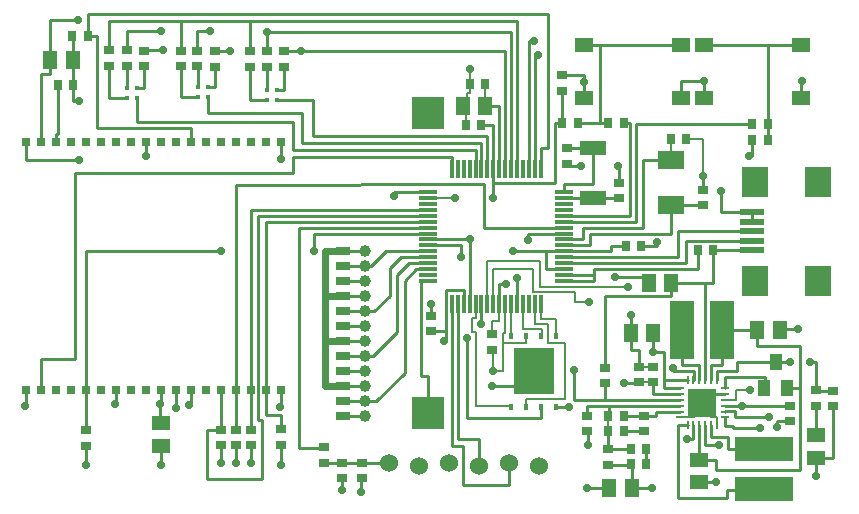
<source format=gtl>
G75*
%MOIN*%
%OFA0B0*%
%FSLAX25Y25*%
%IPPOS*%
%LPD*%
%AMOC8*
5,1,8,0,0,1.08239X$1,22.5*
%
%ADD10R,0.02559X0.03150*%
%ADD11R,0.05906X0.01181*%
%ADD12R,0.01181X0.05906*%
%ADD13R,0.08661X0.09843*%
%ADD14R,0.07874X0.01969*%
%ADD15R,0.01772X0.01772*%
%ADD16R,0.10950X0.10950*%
%ADD17C,0.06000*%
%ADD18R,0.03543X0.02756*%
%ADD19R,0.02756X0.03543*%
%ADD20R,0.05118X0.05906*%
%ADD21R,0.05906X0.05118*%
%ADD22R,0.09055X0.06299*%
%ADD23R,0.08661X0.05118*%
%ADD24R,0.02756X0.00984*%
%ADD25R,0.00984X0.02756*%
%ADD26R,0.09646X0.09646*%
%ADD27R,0.03937X0.05512*%
%ADD28R,0.06102X0.05118*%
%ADD29R,0.01575X0.02362*%
%ADD30R,0.13386X0.15748*%
%ADD31R,0.08268X0.19291*%
%ADD32R,0.19291X0.08268*%
%ADD33R,0.05000X0.02500*%
%ADD34C,0.00800*%
%ADD35C,0.01000*%
%ADD36C,0.00700*%
%ADD37C,0.02800*%
%ADD38C,0.03962*%
%ADD39C,0.02400*%
D10*
X0119213Y0126339D03*
X0114213Y0126339D03*
X0109213Y0126339D03*
X0104213Y0126339D03*
X0099213Y0126339D03*
X0094213Y0126339D03*
X0089213Y0126339D03*
X0084213Y0126339D03*
X0079213Y0126339D03*
X0074213Y0126339D03*
X0069213Y0126339D03*
X0064213Y0126339D03*
X0059213Y0126339D03*
X0054213Y0126339D03*
X0049213Y0126339D03*
X0044213Y0126339D03*
X0039213Y0126339D03*
X0034213Y0126339D03*
X0034213Y0043661D03*
X0039213Y0043661D03*
X0044213Y0043661D03*
X0049213Y0043661D03*
X0054213Y0043661D03*
X0059213Y0043661D03*
X0064213Y0043661D03*
X0069213Y0043661D03*
X0074213Y0043661D03*
X0079213Y0043661D03*
X0084213Y0043661D03*
X0089213Y0043661D03*
X0094213Y0043661D03*
X0099213Y0043661D03*
X0104213Y0043661D03*
X0109213Y0043661D03*
X0114213Y0043661D03*
X0119213Y0043661D03*
D11*
X0168462Y0109764D03*
X0168462Y0107795D03*
X0168462Y0105827D03*
X0168462Y0103858D03*
X0168462Y0101890D03*
X0168462Y0099921D03*
X0168462Y0097953D03*
X0168462Y0095984D03*
X0168462Y0094016D03*
X0168462Y0092047D03*
X0168462Y0090079D03*
X0168462Y0088110D03*
X0168462Y0086142D03*
X0168462Y0084173D03*
X0168462Y0082205D03*
X0168462Y0080236D03*
X0213738Y0080236D03*
X0213738Y0082205D03*
X0213738Y0084173D03*
X0213738Y0086142D03*
X0213738Y0088110D03*
X0213738Y0090079D03*
X0213738Y0092047D03*
X0213738Y0094016D03*
X0213738Y0095984D03*
X0213738Y0097953D03*
X0213738Y0099921D03*
X0213738Y0101890D03*
X0213738Y0103858D03*
X0213738Y0105827D03*
X0213738Y0107795D03*
X0213738Y0109764D03*
D12*
X0176336Y0072362D03*
X0178305Y0072362D03*
X0180273Y0072362D03*
X0182242Y0072362D03*
X0184210Y0072362D03*
X0186179Y0072362D03*
X0188147Y0072362D03*
X0190116Y0072362D03*
X0192084Y0072362D03*
X0194053Y0072362D03*
X0196021Y0072362D03*
X0197990Y0072362D03*
X0199958Y0072362D03*
X0201927Y0072362D03*
X0203895Y0072362D03*
X0205864Y0072362D03*
X0205864Y0117638D03*
X0203895Y0117638D03*
X0201927Y0117638D03*
X0199958Y0117638D03*
X0197990Y0117638D03*
X0196021Y0117638D03*
X0194053Y0117638D03*
X0192084Y0117638D03*
X0190116Y0117638D03*
X0188147Y0117638D03*
X0186179Y0117638D03*
X0184210Y0117638D03*
X0182242Y0117638D03*
X0180273Y0117638D03*
X0178305Y0117638D03*
X0176336Y0117638D03*
D13*
X0277326Y0080165D03*
X0277326Y0113235D03*
X0298192Y0080165D03*
X0298192Y0113235D03*
D14*
X0276342Y0090401D03*
X0276342Y0093550D03*
X0276342Y0096700D03*
X0276342Y0099850D03*
X0276342Y0102999D03*
D15*
X0071473Y0141127D03*
X0068127Y0141127D03*
X0068127Y0144473D03*
X0071473Y0144473D03*
X0094873Y0141327D03*
X0091527Y0141327D03*
X0091527Y0144673D03*
X0094873Y0144673D03*
X0118073Y0140427D03*
X0114727Y0140427D03*
X0114727Y0143773D03*
X0118073Y0143773D03*
D16*
X0168400Y0036300D03*
X0168400Y0136300D03*
D17*
X0155300Y0019500D03*
X0165300Y0018500D03*
X0175300Y0019500D03*
X0185300Y0018500D03*
X0195300Y0019500D03*
X0205300Y0018500D03*
D18*
X0139800Y0019459D03*
X0139800Y0014341D03*
X0133800Y0024759D03*
X0133800Y0019641D03*
X0213100Y0148759D03*
X0213100Y0143641D03*
X0146200Y0014441D03*
X0146200Y0019559D03*
X0169500Y0068459D03*
X0169500Y0063341D03*
X0189800Y0062359D03*
X0189800Y0057241D03*
X0119200Y0030659D03*
X0119200Y0025541D03*
X0109200Y0030559D03*
X0109200Y0025441D03*
X0104200Y0030459D03*
X0104200Y0025341D03*
X0099200Y0030559D03*
X0099200Y0025441D03*
X0054400Y0030359D03*
X0054400Y0025241D03*
X0114800Y0156659D03*
X0114800Y0151541D03*
X0120400Y0156759D03*
X0120400Y0151641D03*
X0109000Y0156759D03*
X0109000Y0151641D03*
X0091500Y0156859D03*
X0091500Y0151741D03*
X0097300Y0156759D03*
X0097300Y0151641D03*
X0085900Y0156959D03*
X0085900Y0151841D03*
X0068100Y0157059D03*
X0068100Y0151941D03*
X0073800Y0156959D03*
X0073800Y0151841D03*
X0062000Y0157059D03*
X0062000Y0151941D03*
X0259900Y0110559D03*
X0259900Y0105441D03*
X0214600Y0119241D03*
X0214600Y0124359D03*
X0231900Y0112959D03*
X0231900Y0107841D03*
X0243300Y0046341D03*
X0243300Y0051459D03*
X0240500Y0035159D03*
X0240500Y0030041D03*
X0227500Y0046041D03*
X0227500Y0051159D03*
X0288900Y0033441D03*
X0288900Y0038559D03*
X0238600Y0051459D03*
X0238600Y0046341D03*
X0221400Y0035259D03*
X0221400Y0030141D03*
X0228400Y0024059D03*
X0228400Y0018941D03*
X0303400Y0043559D03*
X0303400Y0038441D03*
X0297600Y0038541D03*
X0297600Y0043659D03*
D19*
X0239359Y0091700D03*
X0234241Y0091700D03*
X0182341Y0145900D03*
X0187459Y0145900D03*
X0181041Y0132000D03*
X0186159Y0132000D03*
X0049841Y0161900D03*
X0054959Y0161900D03*
X0050059Y0145400D03*
X0044941Y0145400D03*
X0258241Y0090400D03*
X0263359Y0090400D03*
X0218259Y0132800D03*
X0213141Y0132800D03*
X0233559Y0132900D03*
X0228441Y0132900D03*
X0281559Y0127100D03*
X0276441Y0127100D03*
X0276441Y0132400D03*
X0281559Y0132400D03*
X0254459Y0127500D03*
X0249341Y0127500D03*
X0233559Y0035200D03*
X0228441Y0035200D03*
X0236041Y0024100D03*
X0241159Y0024100D03*
X0241159Y0019000D03*
X0236041Y0019000D03*
X0228441Y0030200D03*
X0233559Y0030200D03*
D20*
X0179960Y0138600D03*
X0187440Y0138600D03*
X0049940Y0153800D03*
X0042460Y0153800D03*
X0249340Y0079400D03*
X0241860Y0079400D03*
X0278160Y0063900D03*
X0285640Y0063900D03*
X0236240Y0011100D03*
X0228760Y0011100D03*
X0243440Y0062800D03*
X0235960Y0062800D03*
D21*
X0079200Y0032740D03*
X0079200Y0025260D03*
X0258800Y0020540D03*
X0258800Y0013060D03*
X0297600Y0028740D03*
X0297600Y0021260D03*
D22*
X0249400Y0105420D03*
X0249400Y0120380D03*
D23*
X0223500Y0124368D03*
X0223500Y0107832D03*
D24*
X0252320Y0044521D03*
X0252320Y0042553D03*
X0252320Y0040584D03*
X0252320Y0038616D03*
X0252320Y0036647D03*
X0252320Y0034679D03*
X0267280Y0034679D03*
X0267280Y0036647D03*
X0267280Y0038616D03*
X0267280Y0040584D03*
X0267280Y0042553D03*
X0267280Y0044521D03*
D25*
X0254879Y0032120D03*
X0256847Y0032120D03*
X0258816Y0032120D03*
X0260784Y0032120D03*
X0262753Y0032120D03*
X0264721Y0032120D03*
X0264721Y0047080D03*
X0262753Y0047080D03*
X0260784Y0047080D03*
X0258816Y0047080D03*
X0256847Y0047080D03*
X0254879Y0047080D03*
D26*
X0259800Y0039600D03*
D27*
X0284200Y0053131D03*
X0287940Y0044469D03*
X0280460Y0044469D03*
D28*
X0292840Y0141142D03*
X0292840Y0158858D03*
X0260360Y0141142D03*
X0260360Y0158858D03*
X0252740Y0141142D03*
X0252740Y0158858D03*
X0220260Y0141142D03*
X0220260Y0158858D03*
D29*
X0196100Y0038189D03*
X0201100Y0038189D03*
X0206100Y0038189D03*
X0211100Y0038189D03*
X0211100Y0061811D03*
X0206100Y0061811D03*
X0201100Y0061811D03*
X0196100Y0061811D03*
D30*
X0203600Y0050000D03*
D31*
X0253107Y0063800D03*
X0266493Y0063800D03*
D32*
X0280200Y0024093D03*
X0280200Y0010707D03*
D33*
X0140000Y0090000D03*
X0140000Y0085000D03*
X0140000Y0080000D03*
X0140000Y0075000D03*
X0140000Y0070000D03*
X0140000Y0065000D03*
X0140000Y0060000D03*
X0140000Y0055000D03*
X0140000Y0050000D03*
X0140000Y0045000D03*
X0140000Y0040000D03*
X0140000Y0035000D03*
D34*
X0079213Y0031559D02*
X0079200Y0032740D01*
X0079100Y0031559D01*
X0254459Y0127500D02*
X0260000Y0127500D01*
X0260000Y0115300D01*
X0182341Y0145900D02*
X0182400Y0145900D01*
X0182400Y0150800D01*
X0182341Y0145900D02*
X0182341Y0142700D01*
X0249400Y0120459D02*
X0249400Y0127500D01*
X0249341Y0127500D01*
D35*
X0034213Y0043661D02*
X0034213Y0038500D01*
X0033900Y0038500D01*
X0064213Y0043661D02*
X0064213Y0039000D01*
X0063900Y0039000D01*
X0079213Y0043661D02*
X0079213Y0039000D01*
X0079100Y0039000D01*
X0079100Y0031559D01*
X0119213Y0043661D02*
X0119213Y0038300D01*
X0119000Y0038300D01*
X0089213Y0043661D02*
X0089213Y0038900D01*
X0088700Y0038900D01*
X0179960Y0138600D02*
X0181041Y0138600D01*
X0119213Y0126339D02*
X0119213Y0120700D01*
X0119200Y0120700D01*
X0239359Y0091700D02*
X0244600Y0091700D01*
X0244600Y0093100D01*
X0074213Y0126339D02*
X0074300Y0126339D01*
X0074300Y0121900D01*
X0168462Y0094016D02*
X0178400Y0094016D01*
X0182300Y0094000D01*
X0213738Y0095984D02*
X0201600Y0095984D01*
X0201600Y0093900D01*
X0259900Y0110559D02*
X0260000Y0110559D01*
X0260000Y0115300D01*
X0214600Y0119241D02*
X0214600Y0118500D01*
X0219400Y0118500D01*
X0231900Y0112959D02*
X0231900Y0118500D01*
X0231800Y0118500D01*
X0034101Y0038500D02*
X0033900Y0038500D01*
X0182242Y0072362D02*
X0182300Y0072362D01*
X0182300Y0094000D01*
X0267280Y0042553D02*
X0259800Y0042553D01*
X0259800Y0039600D01*
X0276342Y0102999D02*
X0266000Y0102999D01*
X0266000Y0110100D01*
X0276342Y0102999D02*
X0276342Y0099850D01*
X0220260Y0141142D02*
X0220400Y0141142D01*
X0220400Y0146400D01*
X0252740Y0141142D02*
X0252740Y0146800D01*
X0260300Y0146800D01*
X0260300Y0141142D01*
X0260360Y0141142D01*
X0292840Y0141142D02*
X0292840Y0146800D01*
X0292900Y0146800D01*
X0192084Y0072362D02*
X0192084Y0079100D01*
X0194400Y0079100D01*
X0213100Y0148759D02*
X0220400Y0148759D01*
X0220400Y0146400D01*
X0285740Y0064000D02*
X0285723Y0063998D01*
X0285706Y0063994D01*
X0285690Y0063987D01*
X0285676Y0063977D01*
X0285663Y0063964D01*
X0285653Y0063950D01*
X0285646Y0063934D01*
X0285642Y0063917D01*
X0285640Y0063900D01*
X0285740Y0064000D02*
X0291800Y0064000D01*
X0221400Y0030141D02*
X0221600Y0030141D01*
X0221600Y0025400D01*
X0228760Y0011100D02*
X0221500Y0011100D01*
X0221500Y0011000D01*
X0258800Y0013060D02*
X0264400Y0013060D01*
X0264400Y0013000D01*
X0146200Y0014441D02*
X0146100Y0014441D01*
X0146100Y0009900D01*
X0147500Y0080000D02*
X0140000Y0080000D01*
X0140000Y0065000D02*
X0147500Y0065000D01*
X0147500Y0050000D02*
X0140000Y0050000D01*
X0140000Y0035000D02*
X0147500Y0035000D01*
X0297600Y0021260D02*
X0297600Y0015300D01*
X0303400Y0038441D02*
X0303400Y0021260D01*
X0297600Y0021260D01*
X0211100Y0038189D02*
X0215400Y0038189D01*
X0215400Y0038200D01*
X0169500Y0068459D02*
X0169500Y0072400D01*
X0203600Y0050000D02*
X0203600Y0045100D01*
X0189800Y0045100D01*
X0288900Y0033441D02*
X0284700Y0033441D01*
X0284700Y0031400D01*
X0049841Y0161900D02*
X0049940Y0161900D01*
X0049940Y0153800D01*
X0050059Y0153800D01*
X0050059Y0145400D01*
X0050059Y0140200D01*
X0051900Y0140200D01*
X0034213Y0126339D02*
X0034213Y0120600D01*
X0051900Y0120600D01*
X0241860Y0079400D02*
X0241860Y0081400D01*
X0230800Y0081400D01*
X0238600Y0051459D02*
X0238600Y0057100D01*
X0236000Y0057100D01*
X0235960Y0062800D02*
X0235960Y0068700D01*
X0235900Y0068700D01*
X0236000Y0057100D02*
X0236000Y0062800D01*
X0235960Y0062800D01*
X0168462Y0080236D02*
X0168400Y0080236D01*
X0297600Y0043659D02*
X0297600Y0053100D01*
X0295600Y0053100D01*
X0289000Y0053100D02*
X0285900Y0053131D01*
X0284200Y0053131D01*
X0297600Y0043659D02*
X0297600Y0043559D01*
X0303400Y0043559D01*
X0168462Y0080236D02*
X0166000Y0080236D01*
X0166000Y0048500D01*
X0168400Y0048500D01*
X0168400Y0036300D01*
X0264721Y0047080D02*
X0264721Y0050200D01*
X0271300Y0050200D01*
X0271300Y0053131D01*
X0284200Y0053131D01*
X0168462Y0097953D02*
X0125400Y0097953D01*
X0125400Y0024600D01*
X0133800Y0024600D01*
X0133800Y0024759D01*
X0187440Y0138600D02*
X0192084Y0138600D01*
X0192084Y0117638D01*
X0155300Y0019500D02*
X0146200Y0019500D01*
X0146200Y0019559D01*
X0139800Y0019559D01*
X0139800Y0019459D01*
X0133800Y0019459D01*
X0133800Y0019641D01*
X0185300Y0018500D02*
X0185300Y0027400D01*
X0178400Y0027400D01*
X0178400Y0072362D01*
X0178305Y0072362D01*
X0176336Y0072362D02*
X0176336Y0025000D01*
X0180000Y0025000D01*
X0180000Y0012200D01*
X0195300Y0012200D01*
X0195300Y0019500D01*
X0089213Y0126339D02*
X0089200Y0126339D01*
X0054959Y0169200D02*
X0208300Y0169200D01*
X0205864Y0117638D02*
X0205864Y0124400D01*
X0208300Y0124400D01*
X0208300Y0169200D01*
X0054959Y0169200D02*
X0054959Y0161900D01*
X0058000Y0161900D01*
X0058000Y0131000D01*
X0089213Y0131000D01*
X0089213Y0126339D01*
X0044941Y0145400D02*
X0044941Y0129300D01*
X0044200Y0129300D01*
X0044200Y0126339D01*
X0044213Y0126339D01*
X0176336Y0117638D02*
X0176336Y0121500D01*
X0123500Y0121500D01*
X0123500Y0116200D01*
X0050700Y0116200D01*
X0050700Y0054100D01*
X0039200Y0054100D01*
X0039200Y0043661D01*
X0039213Y0043661D01*
X0118073Y0140427D02*
X0130100Y0140427D01*
X0130100Y0128500D01*
X0188147Y0128500D01*
X0188147Y0117638D01*
X0094873Y0141327D02*
X0094873Y0136300D01*
X0126500Y0136300D01*
X0126500Y0126200D01*
X0186100Y0126200D01*
X0186100Y0117638D01*
X0186179Y0117638D01*
X0071473Y0141127D02*
X0071473Y0133100D01*
X0123400Y0133100D01*
X0123400Y0123800D01*
X0184200Y0123800D01*
X0184200Y0117638D01*
X0184210Y0117638D01*
X0168462Y0103858D02*
X0109213Y0103858D01*
X0109213Y0043661D01*
X0109200Y0030559D02*
X0109200Y0043661D01*
X0109213Y0043661D01*
X0168462Y0101890D02*
X0111700Y0101890D01*
X0111700Y0033800D01*
X0113000Y0033800D01*
X0113000Y0014300D01*
X0094700Y0014300D01*
X0094700Y0030559D01*
X0099200Y0030559D01*
X0099213Y0043661D02*
X0099213Y0030559D01*
X0099200Y0030559D01*
X0168462Y0099921D02*
X0114213Y0099921D01*
X0114213Y0043661D01*
X0114213Y0035400D01*
X0119200Y0035400D01*
X0119200Y0030659D01*
X0054213Y0043661D02*
X0054400Y0043661D01*
X0054400Y0030359D01*
X0168462Y0095984D02*
X0130300Y0095984D01*
X0130300Y0090200D01*
X0099200Y0090200D02*
X0054213Y0090200D01*
X0054213Y0043661D01*
X0104213Y0043661D02*
X0104213Y0112200D01*
X0187000Y0112400D01*
X0187000Y0097853D01*
X0213738Y0097953D01*
X0104213Y0043661D02*
X0104213Y0030459D01*
X0104200Y0030459D01*
X0213738Y0099921D02*
X0237700Y0099921D01*
X0237700Y0132400D01*
X0276441Y0132400D01*
X0276342Y0096700D02*
X0251700Y0096700D01*
X0251700Y0088100D01*
X0213738Y0088100D01*
X0213738Y0088110D01*
X0213738Y0086142D02*
X0254400Y0086142D01*
X0254400Y0093500D01*
X0276342Y0093500D01*
X0276342Y0093550D01*
X0260784Y0079384D02*
X0260784Y0047080D01*
X0263359Y0090400D02*
X0263359Y0090401D01*
X0276342Y0090401D01*
X0263359Y0090400D02*
X0263359Y0079384D01*
X0260784Y0079384D01*
X0260784Y0079400D01*
X0249340Y0079400D01*
X0227500Y0051159D02*
X0227500Y0075000D01*
X0249400Y0075000D01*
X0249400Y0079400D01*
X0249340Y0079400D01*
X0213743Y0082200D02*
X0213741Y0082201D01*
X0213739Y0082203D01*
X0213738Y0082205D01*
X0223700Y0082205D01*
X0223700Y0084100D01*
X0258241Y0084100D01*
X0258241Y0090400D01*
X0213738Y0080236D02*
X0223700Y0080236D01*
X0223700Y0082205D01*
X0260360Y0158858D02*
X0281500Y0158858D01*
X0281559Y0158858D02*
X0292840Y0158858D01*
X0281559Y0127100D02*
X0281559Y0132400D01*
X0281559Y0158858D01*
X0281500Y0158858D01*
X0220260Y0158858D02*
X0225800Y0158858D01*
X0252740Y0158858D01*
X0220059Y0132900D02*
X0218259Y0132800D01*
X0228441Y0132900D02*
X0225800Y0132900D01*
X0220059Y0132900D01*
X0225800Y0132900D02*
X0225800Y0158858D01*
X0213738Y0101890D02*
X0235700Y0101890D01*
X0235700Y0132900D01*
X0233559Y0132900D01*
X0068127Y0141127D02*
X0062000Y0141127D01*
X0062000Y0151941D01*
X0071473Y0144473D02*
X0073800Y0144473D01*
X0073800Y0151841D01*
X0068127Y0144473D02*
X0068100Y0144473D01*
X0068100Y0151941D01*
X0091527Y0141327D02*
X0085900Y0141327D01*
X0085900Y0151841D01*
X0094873Y0144673D02*
X0097300Y0144673D01*
X0097300Y0151641D01*
X0091500Y0151741D02*
X0091527Y0151741D01*
X0091527Y0144673D01*
X0114727Y0140427D02*
X0109000Y0140427D01*
X0109000Y0151641D01*
X0118073Y0143773D02*
X0120400Y0143773D01*
X0120400Y0151641D01*
X0114727Y0143773D02*
X0114800Y0143773D01*
X0114800Y0151541D01*
X0109000Y0156759D02*
X0109000Y0166800D01*
X0197990Y0117638D02*
X0198000Y0117638D01*
X0062000Y0157059D02*
X0062000Y0166700D01*
X0085900Y0166700D01*
X0109000Y0166800D01*
X0085900Y0166700D02*
X0085900Y0156959D01*
X0109000Y0166800D02*
X0197990Y0166800D01*
X0197990Y0117638D01*
X0126000Y0156759D02*
X0120400Y0156759D01*
X0073800Y0156959D02*
X0073800Y0157200D01*
X0079900Y0157200D01*
X0097300Y0156759D02*
X0102500Y0156759D01*
X0126000Y0156759D02*
X0194053Y0156759D01*
X0194053Y0117638D01*
X0114800Y0156659D02*
X0114800Y0163300D01*
X0068100Y0157059D02*
X0068100Y0163400D01*
X0079300Y0163400D01*
X0091500Y0156859D02*
X0091500Y0163400D01*
X0095800Y0163400D01*
X0114800Y0163300D02*
X0196021Y0163300D01*
X0196021Y0117638D01*
X0186159Y0132000D02*
X0190116Y0132000D01*
X0190116Y0117638D01*
X0213738Y0090000D02*
X0213738Y0090079D01*
X0229500Y0090079D01*
X0229500Y0091800D01*
X0234241Y0091800D01*
X0234241Y0091700D01*
X0210600Y0112700D02*
X0190100Y0112700D01*
X0190100Y0117638D01*
X0190116Y0117638D01*
X0207700Y0084173D02*
X0207700Y0090100D01*
X0213738Y0090100D01*
X0213738Y0090079D01*
X0213738Y0084173D02*
X0207700Y0084173D01*
X0207700Y0090100D02*
X0196600Y0090100D01*
X0190100Y0107900D02*
X0190100Y0112700D01*
X0079200Y0025260D02*
X0079200Y0025200D01*
X0260784Y0032120D02*
X0260784Y0025400D01*
X0265300Y0025400D01*
X0243100Y0011100D02*
X0236240Y0011100D01*
X0213100Y0143641D02*
X0213100Y0143700D01*
X0213141Y0132800D02*
X0213100Y0132800D01*
X0213100Y0143641D01*
X0210600Y0112700D02*
X0210600Y0132800D01*
X0213141Y0132800D01*
X0168462Y0092047D02*
X0179500Y0092047D01*
X0179500Y0088000D01*
X0228400Y0018941D02*
X0236041Y0018941D01*
X0236041Y0019000D01*
X0236240Y0019000D01*
X0236240Y0011100D01*
X0079200Y0025260D02*
X0079500Y0025260D01*
X0079500Y0018900D01*
X0119200Y0018700D02*
X0119200Y0025541D01*
X0109200Y0025441D02*
X0109200Y0019600D01*
X0104200Y0025341D02*
X0104200Y0019600D01*
X0104300Y0019600D01*
X0099200Y0019600D02*
X0099200Y0025441D01*
X0054400Y0025241D02*
X0054500Y0025241D01*
X0054500Y0018700D01*
X0084213Y0043661D02*
X0084200Y0043661D01*
X0084200Y0037800D01*
X0139800Y0014341D02*
X0139800Y0010400D01*
X0276441Y0127100D02*
X0276441Y0121800D01*
X0275200Y0121800D01*
X0042460Y0153800D02*
X0042460Y0167000D01*
X0051800Y0167000D01*
X0039213Y0126339D02*
X0039213Y0149200D01*
X0042300Y0149200D01*
X0042300Y0153800D01*
X0042460Y0153800D01*
X0206100Y0038189D02*
X0206100Y0034500D01*
X0181200Y0034500D01*
X0181200Y0061100D01*
X0168462Y0109764D02*
X0157000Y0109764D01*
X0157000Y0108600D01*
X0213738Y0092047D02*
X0222300Y0092047D01*
X0222300Y0095900D01*
X0249400Y0095900D01*
X0249400Y0105420D01*
X0259900Y0105420D01*
X0259900Y0105441D01*
X0249400Y0120380D02*
X0240000Y0120380D01*
X0240000Y0097900D01*
X0220000Y0097900D01*
X0220000Y0094000D01*
X0213738Y0094000D01*
X0213738Y0094016D01*
X0249400Y0120380D02*
X0249400Y0120459D01*
X0140000Y0085000D02*
X0147500Y0085000D01*
X0149300Y0085000D01*
X0154379Y0090079D01*
X0168462Y0090079D01*
X0140000Y0070000D02*
X0147500Y0070000D01*
X0150300Y0070000D01*
X0155600Y0075300D01*
X0155600Y0084500D01*
X0159300Y0088200D01*
X0168462Y0088110D02*
X0168462Y0088200D01*
X0159300Y0088200D01*
X0140000Y0055000D02*
X0147500Y0055000D01*
X0149900Y0055000D01*
X0158000Y0063100D01*
X0158000Y0082000D01*
X0162100Y0086100D01*
X0168420Y0086100D01*
X0168462Y0086142D01*
X0140000Y0040000D02*
X0147500Y0040000D01*
X0151000Y0040000D01*
X0160600Y0049600D01*
X0160600Y0080300D01*
X0164473Y0084173D01*
X0168462Y0084173D01*
X0213738Y0107795D02*
X0223500Y0107795D01*
X0223500Y0107832D01*
X0231900Y0107832D01*
X0231900Y0107841D01*
X0223500Y0124368D02*
X0214600Y0124368D01*
X0214600Y0124359D01*
X0223500Y0124368D02*
X0223500Y0112500D01*
X0213800Y0112500D01*
X0213800Y0109764D01*
X0213738Y0109764D01*
X0258816Y0032120D02*
X0258846Y0032120D01*
X0266493Y0063800D02*
X0266493Y0052300D01*
X0262700Y0052300D01*
X0262700Y0047080D01*
X0262753Y0047080D01*
X0266493Y0063800D02*
X0278160Y0063800D01*
X0278160Y0063900D01*
X0278160Y0058400D01*
X0258816Y0032120D02*
X0258800Y0032120D01*
X0258800Y0020540D01*
X0287940Y0044469D02*
X0292500Y0044469D01*
X0292500Y0017300D01*
X0264400Y0017300D01*
X0264400Y0020600D01*
X0258800Y0020600D01*
X0258800Y0020540D01*
X0278160Y0058400D02*
X0292500Y0058400D01*
X0292500Y0044469D01*
X0252320Y0042553D02*
X0243300Y0042553D01*
X0243300Y0046341D01*
X0186179Y0065921D02*
X0186179Y0072362D01*
X0233600Y0046300D02*
X0238600Y0046300D01*
X0238600Y0046341D01*
X0252320Y0040584D02*
X0227500Y0040584D01*
X0217100Y0040584D01*
X0217100Y0050600D01*
X0227500Y0046041D02*
X0227500Y0040584D01*
X0250100Y0051000D02*
X0250100Y0050100D01*
X0256900Y0050100D01*
X0256900Y0047080D01*
X0256847Y0047080D01*
X0201927Y0117638D02*
X0201927Y0160200D01*
X0203700Y0160200D01*
X0281900Y0034800D02*
X0270600Y0034800D01*
X0270600Y0036700D01*
X0267280Y0036700D01*
X0267280Y0036647D01*
X0203895Y0117638D02*
X0203895Y0155500D01*
X0205100Y0155500D01*
X0279000Y0031200D02*
X0270000Y0031200D01*
X0270100Y0031800D01*
X0267280Y0031800D01*
X0267280Y0034679D01*
X0256847Y0032120D02*
X0256847Y0027400D01*
X0254800Y0027400D01*
X0198000Y0081200D02*
X0198000Y0072362D01*
X0197990Y0072362D01*
X0267280Y0044521D02*
X0267280Y0048200D01*
X0280600Y0048200D01*
X0280600Y0044469D01*
X0280460Y0044469D01*
X0240500Y0030041D02*
X0233559Y0030041D01*
X0233559Y0030200D01*
X0228600Y0030200D02*
X0228441Y0030200D01*
X0236041Y0024100D02*
X0228400Y0024100D01*
X0228400Y0024059D01*
X0228441Y0024059D01*
X0228441Y0030200D01*
X0252320Y0038616D02*
X0228700Y0038616D01*
X0221400Y0038616D01*
X0221400Y0035259D01*
X0228441Y0035200D02*
X0228700Y0035200D01*
X0228700Y0038616D01*
X0252320Y0036647D02*
X0244500Y0036647D01*
X0244500Y0035200D01*
X0240500Y0035200D01*
X0240500Y0035159D01*
X0233559Y0035159D01*
X0233559Y0035200D01*
X0254879Y0032120D02*
X0251700Y0032120D01*
X0251700Y0007900D01*
X0268100Y0007900D01*
X0268100Y0010600D01*
X0280200Y0010600D01*
X0280200Y0010707D01*
X0262753Y0032120D02*
X0262753Y0028100D01*
X0268300Y0028100D01*
X0268300Y0024093D01*
X0280200Y0024093D01*
X0267280Y0038616D02*
X0272900Y0038616D01*
X0288900Y0038616D01*
X0288900Y0038559D01*
X0258816Y0047080D02*
X0258816Y0052300D01*
X0253100Y0052300D01*
X0253100Y0063800D01*
X0253107Y0063800D01*
X0297600Y0038541D02*
X0297600Y0028740D01*
X0241159Y0024100D02*
X0241159Y0019000D01*
X0147500Y0075000D02*
X0140000Y0075000D01*
X0140000Y0060000D02*
X0147500Y0060000D01*
X0147500Y0090000D02*
X0140000Y0090000D01*
X0243500Y0056600D02*
X0243500Y0062800D01*
X0243440Y0062800D01*
X0254879Y0047080D02*
X0254879Y0047000D01*
X0252320Y0044521D02*
X0247100Y0044521D01*
X0247100Y0047080D01*
X0247100Y0056600D01*
X0247100Y0047080D02*
X0254879Y0047080D01*
X0169500Y0063341D02*
X0174200Y0063341D01*
X0174200Y0077100D01*
X0180273Y0077100D01*
X0180273Y0072362D01*
X0173600Y0060000D02*
X0174200Y0060000D01*
X0174200Y0063341D01*
X0147500Y0045000D02*
X0140000Y0045000D01*
X0243500Y0056600D02*
X0247100Y0056600D01*
D36*
X0181041Y0132000D02*
X0181041Y0137519D01*
X0179960Y0138600D01*
X0181041Y0138600D02*
X0181200Y0138759D01*
X0181200Y0142700D01*
X0182341Y0142700D01*
X0264721Y0032120D02*
X0264721Y0034800D01*
X0262700Y0034800D01*
X0262700Y0036800D01*
X0192084Y0066900D02*
X0189800Y0066900D01*
X0189800Y0062359D01*
X0252320Y0034679D02*
X0257000Y0034679D01*
X0257000Y0036700D01*
X0192084Y0066900D02*
X0192084Y0072362D01*
X0238600Y0051459D02*
X0243300Y0051459D01*
X0267280Y0040584D02*
X0271000Y0040584D01*
X0271000Y0043700D01*
X0275800Y0043700D01*
X0275800Y0043800D01*
X0177400Y0107700D02*
X0177400Y0107795D01*
X0168462Y0107795D01*
X0187440Y0138600D02*
X0187440Y0145881D01*
X0187459Y0145900D01*
X0196100Y0038189D02*
X0196100Y0038600D01*
X0184400Y0038600D01*
X0184100Y0072362D02*
X0184210Y0072362D01*
X0184210Y0067800D01*
X0183100Y0067800D01*
X0183100Y0063000D01*
X0184400Y0063000D01*
X0184400Y0038600D01*
X0199958Y0072362D02*
X0199958Y0064100D01*
X0206200Y0064100D01*
X0206200Y0061811D01*
X0206100Y0061811D01*
X0203895Y0072362D02*
X0203895Y0065800D01*
X0208400Y0065800D01*
X0208400Y0059400D01*
X0214100Y0059400D01*
X0214100Y0040700D01*
X0201100Y0040700D01*
X0201100Y0038189D01*
X0205864Y0072362D02*
X0205864Y0067500D01*
X0211100Y0067500D01*
X0211100Y0061811D01*
X0194053Y0062800D02*
X0193500Y0062800D01*
X0193500Y0059400D01*
X0193500Y0050100D01*
X0189900Y0050100D01*
X0189900Y0057241D01*
X0189800Y0057241D01*
X0201100Y0061811D02*
X0201100Y0059400D01*
X0193500Y0059400D01*
X0194053Y0062800D02*
X0194053Y0072362D01*
X0196021Y0072362D02*
X0196021Y0061811D01*
X0196100Y0061811D01*
X0238600Y0046341D02*
X0243300Y0046341D01*
X0188147Y0072362D02*
X0188147Y0086900D01*
X0205700Y0086900D01*
X0205700Y0078300D01*
X0235100Y0078300D01*
X0228441Y0035200D02*
X0228441Y0030200D01*
X0190116Y0072362D02*
X0190116Y0084100D01*
X0203300Y0084100D01*
X0203300Y0076600D01*
X0217200Y0076600D01*
X0217200Y0073200D01*
X0222100Y0073200D01*
D37*
X0033900Y0038500D03*
X0063900Y0039000D03*
X0079100Y0039000D03*
X0119000Y0038300D03*
X0088700Y0038900D03*
X0119200Y0120700D03*
X0244600Y0093100D03*
X0074300Y0121900D03*
X0182300Y0094000D03*
X0201600Y0093900D03*
X0260000Y0115300D03*
X0219400Y0118500D03*
X0231800Y0118500D03*
X0259800Y0039600D03*
X0256900Y0042400D03*
X0262700Y0042300D03*
X0257000Y0036700D03*
X0262700Y0036800D03*
X0266000Y0110100D03*
X0220400Y0146400D03*
X0260300Y0146800D03*
X0292900Y0146800D03*
X0182400Y0150800D03*
X0194400Y0079100D03*
X0291800Y0064000D03*
X0221600Y0025400D03*
X0221500Y0011000D03*
X0264400Y0013000D03*
X0146100Y0009900D03*
X0297600Y0015300D03*
X0215400Y0038200D03*
X0169500Y0072400D03*
X0189800Y0045100D03*
X0284700Y0031400D03*
X0051900Y0140200D03*
X0051900Y0120600D03*
X0230800Y0081400D03*
X0235900Y0068700D03*
X0275800Y0043800D03*
X0177400Y0107700D03*
X0295600Y0053100D03*
X0289000Y0053100D03*
X0130300Y0090200D03*
X0099200Y0090200D03*
X0079900Y0157200D03*
X0126000Y0156759D03*
X0102500Y0156759D03*
X0079300Y0163400D03*
X0095800Y0163400D03*
X0114800Y0163300D03*
X0196600Y0090100D03*
X0190100Y0107900D03*
X0189900Y0050100D03*
X0265300Y0025400D03*
X0243100Y0011100D03*
X0179500Y0088000D03*
X0079500Y0018900D03*
X0119200Y0018700D03*
X0109200Y0019600D03*
X0104300Y0019600D03*
X0099200Y0019600D03*
X0054500Y0018700D03*
X0084200Y0037800D03*
X0139800Y0010400D03*
X0275200Y0121800D03*
X0051800Y0167000D03*
X0181200Y0061100D03*
X0157000Y0108600D03*
X0233600Y0046300D03*
X0186179Y0065921D03*
X0217100Y0050600D03*
X0235100Y0078300D03*
X0250100Y0051000D03*
X0203700Y0160200D03*
X0281900Y0034800D03*
X0205100Y0155500D03*
X0279000Y0031200D03*
X0254800Y0027400D03*
X0198000Y0081200D03*
X0222100Y0073200D03*
X0272900Y0038616D03*
X0243500Y0056600D03*
X0173600Y0060000D03*
D38*
X0147500Y0080000D03*
X0147500Y0065000D03*
X0147500Y0050000D03*
X0147500Y0035000D03*
X0147500Y0085000D03*
X0147500Y0070000D03*
X0147500Y0055000D03*
X0147500Y0040000D03*
X0147500Y0090000D03*
X0147500Y0075000D03*
X0147500Y0060000D03*
X0147500Y0045000D03*
D39*
X0140000Y0090000D02*
X0133900Y0090000D01*
X0133900Y0075000D01*
X0133900Y0060000D01*
X0133900Y0045200D01*
X0140000Y0045200D01*
X0140000Y0045000D01*
X0140000Y0075000D02*
X0133900Y0075000D01*
X0133900Y0060000D02*
X0140000Y0060000D01*
M02*

</source>
